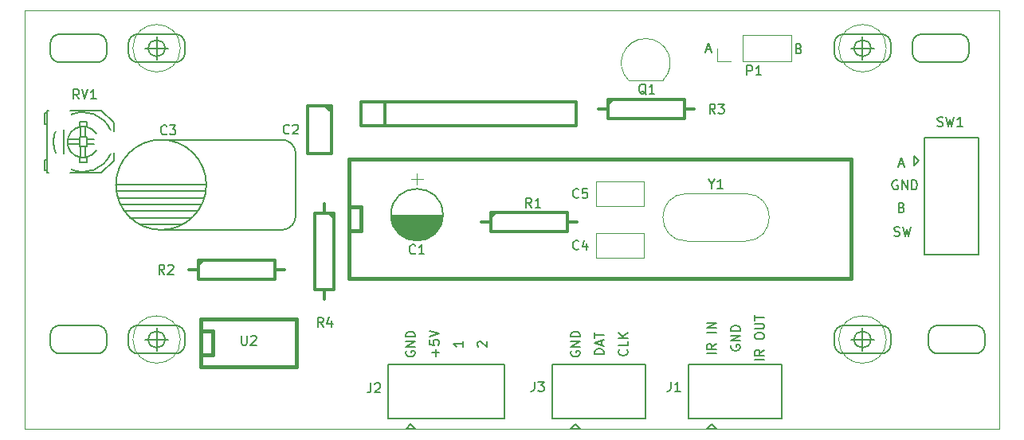
<source format=gbr>
G04 #@! TF.FileFunction,Legend,Top*
%FSLAX45Y45*%
G04 Gerber Fmt 4.5, Leading zero omitted, Abs format (unit mm)*
G04 Created by KiCad (PCBNEW 4.0.6) date 08/17/17 22:48:44*
%MOMM*%
%LPD*%
G01*
G04 APERTURE LIST*
%ADD10C,0.100000*%
%ADD11C,0.150000*%
%ADD12C,0.200000*%
%ADD13C,0.120000*%
%ADD14C,0.063500*%
%ADD15C,0.127000*%
%ADD16C,0.304800*%
%ADD17C,0.381000*%
G04 APERTURE END LIST*
D10*
D11*
X18511043Y-6876257D02*
X18525329Y-6881019D01*
X18530091Y-6885781D01*
X18534852Y-6895305D01*
X18534852Y-6909590D01*
X18530091Y-6919114D01*
X18525329Y-6923876D01*
X18515805Y-6928638D01*
X18477710Y-6928638D01*
X18477710Y-6828638D01*
X18511043Y-6828638D01*
X18520567Y-6833400D01*
X18525329Y-6838162D01*
X18530091Y-6847686D01*
X18530091Y-6857209D01*
X18525329Y-6866733D01*
X18520567Y-6871495D01*
X18511043Y-6876257D01*
X18477710Y-6876257D01*
X17527591Y-6887367D02*
X17575210Y-6887367D01*
X17518067Y-6915938D02*
X17551400Y-6815938D01*
X17584733Y-6915938D01*
X18142738Y-10187752D02*
X18042738Y-10187752D01*
X18142738Y-10082991D02*
X18095119Y-10116324D01*
X18142738Y-10140133D02*
X18042738Y-10140133D01*
X18042738Y-10102038D01*
X18047500Y-10092514D01*
X18052262Y-10087752D01*
X18061786Y-10082991D01*
X18076071Y-10082991D01*
X18085595Y-10087752D01*
X18090357Y-10092514D01*
X18095119Y-10102038D01*
X18095119Y-10140133D01*
X18042738Y-9944895D02*
X18042738Y-9925848D01*
X18047500Y-9916324D01*
X18057024Y-9906800D01*
X18076071Y-9902038D01*
X18109405Y-9902038D01*
X18128452Y-9906800D01*
X18137976Y-9916324D01*
X18142738Y-9925848D01*
X18142738Y-9944895D01*
X18137976Y-9954419D01*
X18128452Y-9963943D01*
X18109405Y-9968705D01*
X18076071Y-9968705D01*
X18057024Y-9963943D01*
X18047500Y-9954419D01*
X18042738Y-9944895D01*
X18042738Y-9859181D02*
X18123691Y-9859181D01*
X18133214Y-9854419D01*
X18137976Y-9849657D01*
X18142738Y-9840133D01*
X18142738Y-9821086D01*
X18137976Y-9811562D01*
X18133214Y-9806800D01*
X18123691Y-9802038D01*
X18042738Y-9802038D01*
X18042738Y-9768705D02*
X18042738Y-9711562D01*
X18142738Y-9740133D02*
X18042738Y-9740133D01*
X17793500Y-10032990D02*
X17788738Y-10042514D01*
X17788738Y-10056800D01*
X17793500Y-10071086D01*
X17803024Y-10080610D01*
X17812548Y-10085371D01*
X17831595Y-10090133D01*
X17845881Y-10090133D01*
X17864929Y-10085371D01*
X17874452Y-10080610D01*
X17883976Y-10071086D01*
X17888738Y-10056800D01*
X17888738Y-10047276D01*
X17883976Y-10032990D01*
X17879214Y-10028229D01*
X17845881Y-10028229D01*
X17845881Y-10047276D01*
X17888738Y-9985371D02*
X17788738Y-9985371D01*
X17888738Y-9928229D01*
X17788738Y-9928229D01*
X17888738Y-9880610D02*
X17788738Y-9880610D01*
X17788738Y-9856800D01*
X17793500Y-9842514D01*
X17803024Y-9832990D01*
X17812548Y-9828229D01*
X17831595Y-9823467D01*
X17845881Y-9823467D01*
X17864929Y-9828229D01*
X17874452Y-9832990D01*
X17883976Y-9842514D01*
X17888738Y-9856800D01*
X17888738Y-9880610D01*
X17634738Y-10121086D02*
X17534738Y-10121086D01*
X17634738Y-10016324D02*
X17587119Y-10049657D01*
X17634738Y-10073467D02*
X17534738Y-10073467D01*
X17534738Y-10035371D01*
X17539500Y-10025848D01*
X17544262Y-10021086D01*
X17553786Y-10016324D01*
X17568071Y-10016324D01*
X17577595Y-10021086D01*
X17582357Y-10025848D01*
X17587119Y-10035371D01*
X17587119Y-10073467D01*
X17634738Y-9897276D02*
X17534738Y-9897276D01*
X17634738Y-9849657D02*
X17534738Y-9849657D01*
X17634738Y-9792514D01*
X17534738Y-9792514D01*
X16685414Y-10079824D02*
X16690176Y-10084586D01*
X16694938Y-10098871D01*
X16694938Y-10108395D01*
X16690176Y-10122681D01*
X16680652Y-10132205D01*
X16671129Y-10136967D01*
X16652081Y-10141729D01*
X16637795Y-10141729D01*
X16618748Y-10136967D01*
X16609224Y-10132205D01*
X16599700Y-10122681D01*
X16594938Y-10108395D01*
X16594938Y-10098871D01*
X16599700Y-10084586D01*
X16604462Y-10079824D01*
X16694938Y-9989348D02*
X16694938Y-10036967D01*
X16594938Y-10036967D01*
X16694938Y-9956014D02*
X16594938Y-9956014D01*
X16694938Y-9898871D02*
X16637795Y-9941729D01*
X16594938Y-9898871D02*
X16652081Y-9956014D01*
X16440938Y-10127443D02*
X16340938Y-10127443D01*
X16340938Y-10103633D01*
X16345700Y-10089348D01*
X16355224Y-10079824D01*
X16364748Y-10075062D01*
X16383795Y-10070300D01*
X16398081Y-10070300D01*
X16417129Y-10075062D01*
X16426652Y-10079824D01*
X16436176Y-10089348D01*
X16440938Y-10103633D01*
X16440938Y-10127443D01*
X16412367Y-10032205D02*
X16412367Y-9984586D01*
X16440938Y-10041729D02*
X16340938Y-10008395D01*
X16440938Y-9975062D01*
X16340938Y-9956014D02*
X16340938Y-9898871D01*
X16440938Y-9927443D02*
X16340938Y-9927443D01*
X16091700Y-10096490D02*
X16086938Y-10106014D01*
X16086938Y-10120300D01*
X16091700Y-10134586D01*
X16101224Y-10144110D01*
X16110748Y-10148871D01*
X16129795Y-10153633D01*
X16144081Y-10153633D01*
X16163129Y-10148871D01*
X16172652Y-10144110D01*
X16182176Y-10134586D01*
X16186938Y-10120300D01*
X16186938Y-10110776D01*
X16182176Y-10096490D01*
X16177414Y-10091729D01*
X16144081Y-10091729D01*
X16144081Y-10110776D01*
X16186938Y-10048871D02*
X16086938Y-10048871D01*
X16186938Y-9991729D01*
X16086938Y-9991729D01*
X16186938Y-9944110D02*
X16086938Y-9944110D01*
X16086938Y-9920300D01*
X16091700Y-9906014D01*
X16101224Y-9896490D01*
X16110748Y-9891729D01*
X16129795Y-9886967D01*
X16144081Y-9886967D01*
X16163129Y-9891729D01*
X16172652Y-9896490D01*
X16182176Y-9906014D01*
X16186938Y-9920300D01*
X16186938Y-9944110D01*
X15105862Y-10048871D02*
X15101100Y-10044110D01*
X15096338Y-10034586D01*
X15096338Y-10010776D01*
X15101100Y-10001252D01*
X15105862Y-9996490D01*
X15115386Y-9991729D01*
X15124909Y-9991729D01*
X15139195Y-9996490D01*
X15196338Y-10053633D01*
X15196338Y-9991729D01*
X14942338Y-9991729D02*
X14942338Y-10048871D01*
X14942338Y-10020300D02*
X14842338Y-10020300D01*
X14856624Y-10029824D01*
X14866148Y-10039348D01*
X14870909Y-10048871D01*
X14650243Y-10148871D02*
X14650243Y-10072681D01*
X14688338Y-10110776D02*
X14612148Y-10110776D01*
X14588338Y-9977443D02*
X14588338Y-10025062D01*
X14635957Y-10029824D01*
X14631195Y-10025062D01*
X14626433Y-10015538D01*
X14626433Y-9991729D01*
X14631195Y-9982205D01*
X14635957Y-9977443D01*
X14645481Y-9972681D01*
X14669290Y-9972681D01*
X14678814Y-9977443D01*
X14683576Y-9982205D01*
X14688338Y-9991729D01*
X14688338Y-10015538D01*
X14683576Y-10025062D01*
X14678814Y-10029824D01*
X14588338Y-9944110D02*
X14688338Y-9910776D01*
X14588338Y-9877443D01*
X14339100Y-10096490D02*
X14334338Y-10106014D01*
X14334338Y-10120300D01*
X14339100Y-10134586D01*
X14348624Y-10144110D01*
X14358148Y-10148871D01*
X14377195Y-10153633D01*
X14391481Y-10153633D01*
X14410529Y-10148871D01*
X14420052Y-10144110D01*
X14429576Y-10134586D01*
X14434338Y-10120300D01*
X14434338Y-10110776D01*
X14429576Y-10096490D01*
X14424814Y-10091729D01*
X14391481Y-10091729D01*
X14391481Y-10110776D01*
X14434338Y-10048871D02*
X14334338Y-10048871D01*
X14434338Y-9991729D01*
X14334338Y-9991729D01*
X14434338Y-9944110D02*
X14334338Y-9944110D01*
X14334338Y-9920300D01*
X14339100Y-9906014D01*
X14348624Y-9896490D01*
X14358148Y-9891729D01*
X14377195Y-9886967D01*
X14391481Y-9886967D01*
X14410529Y-9891729D01*
X14420052Y-9896490D01*
X14429576Y-9906014D01*
X14434338Y-9920300D01*
X14434338Y-9944110D01*
X19558010Y-8281200D02*
X19548486Y-8276438D01*
X19534200Y-8276438D01*
X19519914Y-8281200D01*
X19510391Y-8290724D01*
X19505629Y-8300248D01*
X19500867Y-8319295D01*
X19500867Y-8333581D01*
X19505629Y-8352629D01*
X19510391Y-8362152D01*
X19519914Y-8371676D01*
X19534200Y-8376438D01*
X19543724Y-8376438D01*
X19558010Y-8371676D01*
X19562772Y-8366914D01*
X19562772Y-8333581D01*
X19543724Y-8333581D01*
X19605629Y-8376438D02*
X19605629Y-8276438D01*
X19662772Y-8376438D01*
X19662772Y-8276438D01*
X19710391Y-8376438D02*
X19710391Y-8276438D01*
X19734200Y-8276438D01*
X19748486Y-8281200D01*
X19758010Y-8290724D01*
X19762772Y-8300248D01*
X19767533Y-8319295D01*
X19767533Y-8333581D01*
X19762772Y-8352629D01*
X19758010Y-8362152D01*
X19748486Y-8371676D01*
X19734200Y-8376438D01*
X19710391Y-8376438D01*
X19523086Y-8866976D02*
X19537371Y-8871738D01*
X19561181Y-8871738D01*
X19570705Y-8866976D01*
X19575467Y-8862214D01*
X19580229Y-8852691D01*
X19580229Y-8843167D01*
X19575467Y-8833643D01*
X19570705Y-8828881D01*
X19561181Y-8824119D01*
X19542133Y-8819357D01*
X19532610Y-8814595D01*
X19527848Y-8809833D01*
X19523086Y-8800310D01*
X19523086Y-8790786D01*
X19527848Y-8781262D01*
X19532610Y-8776500D01*
X19542133Y-8771738D01*
X19565943Y-8771738D01*
X19580229Y-8776500D01*
X19613562Y-8771738D02*
X19637371Y-8871738D01*
X19656419Y-8800310D01*
X19675467Y-8871738D01*
X19699276Y-8771738D01*
X19603243Y-8565357D02*
X19617529Y-8570119D01*
X19622291Y-8574881D01*
X19627052Y-8584405D01*
X19627052Y-8598691D01*
X19622291Y-8608214D01*
X19617529Y-8612976D01*
X19608005Y-8617738D01*
X19569910Y-8617738D01*
X19569910Y-8517738D01*
X19603243Y-8517738D01*
X19612767Y-8522500D01*
X19617529Y-8527262D01*
X19622291Y-8536786D01*
X19622291Y-8546310D01*
X19617529Y-8555833D01*
X19612767Y-8560595D01*
X19603243Y-8565357D01*
X19569910Y-8565357D01*
X19572291Y-8106567D02*
X19619910Y-8106567D01*
X19562767Y-8135138D02*
X19596100Y-8035138D01*
X19629433Y-8135138D01*
D12*
X10657000Y-6722000D02*
X11057000Y-6722000D01*
X10657000Y-7022000D02*
X11057000Y-7022000D01*
X11157000Y-6822000D02*
G75*
G03X11057000Y-6722000I-100000J0D01*
G01*
X11057000Y-7022000D02*
G75*
G03X11157000Y-6922000I0J100000D01*
G01*
X11157000Y-6922000D02*
X11157000Y-6822000D01*
X10557000Y-6922000D02*
X10557000Y-6822000D01*
X10557000Y-6922000D02*
G75*
G03X10657000Y-7022000I100000J0D01*
G01*
X10657000Y-6722000D02*
G75*
G03X10557000Y-6822000I0J-100000D01*
G01*
X19887000Y-10022000D02*
G75*
G03X19987000Y-10122000I100000J0D01*
G01*
X11057000Y-10122000D02*
G75*
G03X11157000Y-10022000I0J100000D01*
G01*
X20387000Y-10122000D02*
G75*
G03X20487000Y-10022000I0J100000D01*
G01*
X11157000Y-9922000D02*
G75*
G03X11057000Y-9822000I-100000J0D01*
G01*
X20487000Y-9922000D02*
G75*
G03X20387000Y-9822000I-100000J0D01*
G01*
X10557000Y-10022000D02*
G75*
G03X10657000Y-10122000I100000J0D01*
G01*
X10657000Y-9822000D02*
X11057000Y-9822000D01*
X19987000Y-9822000D02*
X20387000Y-9822000D01*
X10557000Y-10022000D02*
X10557000Y-9922000D01*
X19887000Y-10022000D02*
X19887000Y-9922000D01*
X10657000Y-9822000D02*
G75*
G03X10557000Y-9922000I0J-100000D01*
G01*
X19987000Y-9822000D02*
G75*
G03X19887000Y-9922000I0J-100000D01*
G01*
X10657000Y-10122000D02*
X11057000Y-10122000D01*
X19987000Y-10122000D02*
X20387000Y-10122000D01*
X11157000Y-10022000D02*
X11157000Y-9922000D01*
X20487000Y-10022000D02*
X20487000Y-9922000D01*
X19817000Y-7022000D02*
X20217000Y-7022000D01*
X19717000Y-6922000D02*
G75*
G03X19817000Y-7022000I100000J0D01*
G01*
X19717000Y-6922000D02*
X19717000Y-6822000D01*
X19817000Y-6722000D02*
G75*
G03X19717000Y-6822000I0J-100000D01*
G01*
X19817000Y-6722000D02*
X20217000Y-6722000D01*
X20317000Y-6822000D02*
G75*
G03X20217000Y-6722000I-100000J0D01*
G01*
X20317000Y-6922000D02*
X20317000Y-6822000D01*
X20217000Y-7022000D02*
G75*
G03X20317000Y-6922000I0J100000D01*
G01*
X11487000Y-7022000D02*
X11887000Y-7022000D01*
X18987000Y-10122000D02*
X19387000Y-10122000D01*
X11487000Y-10122000D02*
X11887000Y-10122000D01*
X11387000Y-6922000D02*
X11387000Y-6822000D01*
X18887000Y-10022000D02*
X18887000Y-9922000D01*
X11387000Y-10022000D02*
X11387000Y-9922000D01*
X11387000Y-6922000D02*
G75*
G03X11487000Y-7022000I100000J0D01*
G01*
X18887000Y-10022000D02*
G75*
G03X18987000Y-10122000I100000J0D01*
G01*
X11387000Y-10022000D02*
G75*
G03X11487000Y-10122000I100000J0D01*
G01*
X11487000Y-6722000D02*
X11887000Y-6722000D01*
X18987000Y-9822000D02*
X19387000Y-9822000D01*
X11487000Y-9822000D02*
X11887000Y-9822000D01*
X11987000Y-6822000D02*
G75*
G03X11887000Y-6722000I-100000J0D01*
G01*
X19487000Y-9922000D02*
G75*
G03X19387000Y-9822000I-100000J0D01*
G01*
X11987000Y-9922000D02*
G75*
G03X11887000Y-9822000I-100000J0D01*
G01*
X11887000Y-7022000D02*
G75*
G03X11987000Y-6922000I0J100000D01*
G01*
X19387000Y-10122000D02*
G75*
G03X19487000Y-10022000I0J100000D01*
G01*
X11887000Y-10122000D02*
G75*
G03X11987000Y-10022000I0J100000D01*
G01*
X11487000Y-6722000D02*
G75*
G03X11387000Y-6822000I0J-100000D01*
G01*
X18987000Y-9822000D02*
G75*
G03X18887000Y-9922000I0J-100000D01*
G01*
X11487000Y-9822000D02*
G75*
G03X11387000Y-9922000I0J-100000D01*
G01*
X11987000Y-6922000D02*
X11987000Y-6822000D01*
X19487000Y-10022000D02*
X19487000Y-9922000D01*
X11987000Y-10022000D02*
X11987000Y-9922000D01*
X19487000Y-6922000D02*
X19487000Y-6822000D01*
X18887000Y-6922000D02*
X18887000Y-6822000D01*
X18987000Y-6722000D02*
X19387000Y-6722000D01*
X18987000Y-7022000D02*
X19387000Y-7022000D01*
X19487000Y-6822000D02*
G75*
G03X19387000Y-6722000I-100000J0D01*
G01*
X19387000Y-7022000D02*
G75*
G03X19487000Y-6922000I0J100000D01*
G01*
X18987000Y-6722000D02*
G75*
G03X18887000Y-6822000I0J-100000D01*
G01*
X18887000Y-6922000D02*
G75*
G03X18987000Y-7022000I100000J0D01*
G01*
D10*
X10287000Y-6472000D02*
X10287000Y-6622000D01*
X20637000Y-6472000D02*
X10287000Y-6472000D01*
X20637000Y-10922000D02*
X20637000Y-6472000D01*
X10287000Y-10922000D02*
X20637000Y-10922000D01*
X10287000Y-6604000D02*
X10287000Y-10922000D01*
D11*
X13164751Y-7984489D02*
G75*
G03X13004800Y-7845200I-149951J-10711D01*
G01*
X11514800Y-8745200D02*
X11954800Y-8745200D01*
X11404800Y-8675200D02*
X12054800Y-8675200D01*
X11344800Y-8605200D02*
X12114800Y-8605200D01*
X11304800Y-8535200D02*
X12164800Y-8535200D01*
X11274800Y-8465200D02*
X12184800Y-8465200D01*
X11264800Y-8395200D02*
X12204800Y-8395200D01*
X11254800Y-8325200D02*
X12214800Y-8325200D01*
X13164800Y-8645200D02*
X13164800Y-7985200D01*
X11734800Y-8805200D02*
X13024800Y-8805200D01*
X11734800Y-7845200D02*
X13004800Y-7845200D01*
X12214904Y-8325200D02*
G75*
G03X12214904Y-8325200I-480104J0D01*
G01*
X13025511Y-8805151D02*
G75*
G03X13164800Y-8645200I-10711J149951D01*
G01*
X10943336Y-7844536D02*
X11019536Y-7844536D01*
X10943336Y-7895336D02*
X11019536Y-7895336D01*
X10740136Y-7844536D02*
G75*
G03X10879836Y-8035036I165100J-25400D01*
G01*
X10892536Y-7704836D02*
G75*
G03X10740136Y-7882636I12700J-165100D01*
G01*
X10816336Y-8009636D02*
G75*
G03X11044936Y-7958836I88900J139700D01*
G01*
X11044936Y-7781036D02*
G75*
G03X10816336Y-7730236I-139700J-88900D01*
G01*
X10524236Y-7539736D02*
X10536936Y-7539736D01*
X10905236Y-7539736D02*
X10765536Y-7539736D01*
X10524236Y-8200136D02*
X10536936Y-8200136D01*
X10905236Y-8200136D02*
X10765536Y-8200136D01*
X10613136Y-7755636D02*
X10600436Y-7793736D01*
X10600436Y-7793736D02*
X10587736Y-7869936D01*
X10587736Y-7869936D02*
X10600436Y-7946136D01*
X10600436Y-7946136D02*
X10613136Y-7984236D01*
X10702036Y-7742936D02*
X10702036Y-7996936D01*
X10778236Y-8162036D02*
G75*
G03X11197336Y-7996936I127000J292100D01*
G01*
X11197336Y-7742936D02*
G75*
G03X10778236Y-7577836I-292100J-127000D01*
G01*
X11235436Y-8073136D02*
X11235436Y-7984236D01*
X11235436Y-7755636D02*
X11235436Y-7666736D01*
X10943336Y-8035036D02*
X10943336Y-8085836D01*
X10943336Y-8085836D02*
X10867136Y-8085836D01*
X10867136Y-8085836D02*
X10867136Y-8035036D01*
X10943336Y-7704836D02*
X10943336Y-7654036D01*
X10943336Y-7654036D02*
X10867136Y-7654036D01*
X10867136Y-7654036D02*
X10867136Y-7704836D01*
X10879836Y-7920736D02*
X10879836Y-8035036D01*
X10930636Y-7920736D02*
X10930636Y-8035036D01*
X10879836Y-7819136D02*
X10879836Y-7704836D01*
X10930636Y-7819136D02*
X10930636Y-7704836D01*
X10867136Y-7895336D02*
X10740136Y-7895336D01*
X10867136Y-7844536D02*
X10740136Y-7844536D01*
X10943336Y-7819136D02*
X10867136Y-7819136D01*
X10867136Y-7819136D02*
X10867136Y-7920736D01*
X10867136Y-7920736D02*
X10943336Y-7920736D01*
X10943336Y-7920736D02*
X10943336Y-7819136D01*
X11235436Y-7666736D02*
X11095736Y-7539736D01*
X11095736Y-7539736D02*
X10905236Y-7539736D01*
X11235436Y-8073136D02*
X11095736Y-8200136D01*
X11095736Y-8200136D02*
X10905236Y-8200136D01*
X10524236Y-8174736D02*
X10498836Y-8174736D01*
X10498836Y-8174736D02*
X10498836Y-8060436D01*
X10498836Y-8060436D02*
X10524236Y-8060436D01*
X10524236Y-7565136D02*
X10498836Y-7565136D01*
X10498836Y-7565136D02*
X10498836Y-7679436D01*
X10498836Y-7679436D02*
X10524236Y-7679436D01*
X10524236Y-7539736D02*
X10524236Y-8200136D01*
X14727600Y-8654600D02*
X14177600Y-8654600D01*
X14728462Y-8643738D02*
G75*
G03X14728462Y-8643738I-275862J0D01*
G01*
D13*
X14452600Y-8204600D02*
X14452600Y-8324600D01*
X14517600Y-8264600D02*
X14387600Y-8264600D01*
D11*
X14727600Y-8664600D02*
X14177600Y-8664600D01*
X14722600Y-8674600D02*
X14182600Y-8674600D01*
X14722600Y-8684600D02*
X14182600Y-8684600D01*
X14722600Y-8694600D02*
X14182600Y-8694600D01*
X14717600Y-8704600D02*
X14187600Y-8704600D01*
X14712600Y-8714600D02*
X14187600Y-8714600D01*
X14712600Y-8724600D02*
X14192600Y-8724600D01*
X14712600Y-8734600D02*
X14192600Y-8734600D01*
X14707600Y-8744600D02*
X14197600Y-8744600D01*
X14702600Y-8754600D02*
X14202600Y-8754600D01*
X14697600Y-8764600D02*
X14207600Y-8764600D01*
X14692600Y-8774600D02*
X14222600Y-8774600D01*
X14687600Y-8784600D02*
X14222600Y-8784600D01*
X14682600Y-8794600D02*
X14222600Y-8794600D01*
X14672600Y-8804600D02*
X14232600Y-8804600D01*
X14662600Y-8814600D02*
X14242600Y-8814600D01*
X14657600Y-8824600D02*
X14252600Y-8824600D01*
X14647600Y-8834600D02*
X14257600Y-8834600D01*
X14637600Y-8844600D02*
X14267600Y-8844600D01*
X14627600Y-8854600D02*
X14277600Y-8854600D01*
X14612600Y-8864600D02*
X14287600Y-8864600D01*
X14602600Y-8874600D02*
X14302600Y-8874600D01*
X14582600Y-8884600D02*
X14322600Y-8884600D01*
X14562600Y-8894600D02*
X14342600Y-8894600D01*
X14542600Y-8904600D02*
X14367600Y-8904600D01*
D14*
X11939256Y-6872000D02*
G75*
G03X11939256Y-6872000I-252166J0D01*
G01*
X19439473Y-6872000D02*
G75*
G03X19439473Y-6872000I-252525J0D01*
G01*
X19439473Y-9971816D02*
G75*
G03X19439473Y-9971816I-252525J0D01*
G01*
X11939256Y-9971816D02*
G75*
G03X11939256Y-9971816I-252166J0D01*
G01*
D15*
X11775456Y-6872000D02*
G75*
G03X11775456Y-6872000I-88366J0D01*
G01*
X11562122Y-6872000D02*
X11812058Y-6872000D01*
X11687090Y-6996968D02*
X11687090Y-6747032D01*
X19275314Y-6872000D02*
G75*
G03X19275314Y-6872000I-88366J0D01*
G01*
X19061980Y-6872000D02*
X19311916Y-6872000D01*
X19186948Y-6996968D02*
X19186948Y-6747032D01*
X11775456Y-9971816D02*
G75*
G03X11775456Y-9971816I-88366J0D01*
G01*
X11562122Y-9971816D02*
X11812058Y-9971816D01*
X11687090Y-10096784D02*
X11687090Y-9846848D01*
X19275314Y-9971816D02*
G75*
G03X19275314Y-9971816I-88366J0D01*
G01*
X19061980Y-9971816D02*
X19311916Y-9971816D01*
X19186948Y-10096784D02*
X19186948Y-9846848D01*
D13*
X16704000Y-7214000D02*
X17064000Y-7214000D01*
X16700152Y-7212848D02*
G75*
G02X16884000Y-6769000I183848J183848D01*
G01*
X17067848Y-7212848D02*
G75*
G03X16884000Y-6769000I-183848J183848D01*
G01*
D16*
X13544000Y-7490080D02*
X13544000Y-7993000D01*
X13544000Y-7993000D02*
X13290000Y-7993000D01*
X13290000Y-7993000D02*
X13290000Y-7485000D01*
X13290000Y-7485000D02*
X13544000Y-7485000D01*
X13480500Y-7485000D02*
X13544000Y-7548500D01*
D11*
X17342000Y-10237000D02*
X18332000Y-10237000D01*
X17342000Y-10812000D02*
X18332000Y-10812000D01*
X17342000Y-10237000D02*
X17342000Y-10812000D01*
X18332000Y-10237000D02*
X18332000Y-10812000D01*
X17537000Y-10922000D02*
X17637000Y-10922000D01*
X17587000Y-10872000D02*
X17637000Y-10922000D01*
X17587000Y-10872000D02*
X17537000Y-10922000D01*
X14142000Y-10237000D02*
X15382000Y-10237000D01*
X14142000Y-10812000D02*
X15382000Y-10812000D01*
X14142000Y-10237000D02*
X14142000Y-10812000D01*
X15382000Y-10237000D02*
X15382000Y-10812000D01*
X14337000Y-10922000D02*
X14437000Y-10922000D01*
X14387000Y-10872000D02*
X14437000Y-10922000D01*
X14387000Y-10872000D02*
X14337000Y-10922000D01*
X15892000Y-10237000D02*
X16882000Y-10237000D01*
X15892000Y-10812000D02*
X16882000Y-10812000D01*
X15892000Y-10237000D02*
X15892000Y-10812000D01*
X16882000Y-10237000D02*
X16882000Y-10812000D01*
X16087000Y-10922000D02*
X16187000Y-10922000D01*
X16137000Y-10872000D02*
X16187000Y-10922000D01*
X16137000Y-10872000D02*
X16087000Y-10922000D01*
D13*
X17910000Y-7011000D02*
X18430000Y-7011000D01*
X18430000Y-7011000D02*
X18430000Y-6733000D01*
X18430000Y-6733000D02*
X17910000Y-6733000D01*
X17910000Y-6733000D02*
X17910000Y-7011000D01*
X17783000Y-7011000D02*
X17644000Y-7011000D01*
X17644000Y-7011000D02*
X17644000Y-6872000D01*
D16*
X16146000Y-7445000D02*
X16146000Y-7699000D01*
X16146000Y-7699000D02*
X13860000Y-7699000D01*
X13860000Y-7699000D02*
X13860000Y-7445000D01*
X16146000Y-7445000D02*
X13860000Y-7445000D01*
X14114000Y-7445000D02*
X14114000Y-7699000D01*
X12029000Y-9232000D02*
X12130600Y-9232000D01*
X12130600Y-9232000D02*
X12130600Y-9130400D01*
X12130600Y-9130400D02*
X12943400Y-9130400D01*
X12943400Y-9130400D02*
X12943400Y-9333600D01*
X12943400Y-9333600D02*
X12130600Y-9333600D01*
X12130600Y-9333600D02*
X12130600Y-9232000D01*
X12130600Y-9181200D02*
X12181400Y-9130400D01*
X13045000Y-9232000D02*
X12943400Y-9232000D01*
X16379000Y-7522000D02*
X16480600Y-7522000D01*
X16480600Y-7522000D02*
X16480600Y-7420400D01*
X16480600Y-7420400D02*
X17293400Y-7420400D01*
X17293400Y-7420400D02*
X17293400Y-7623600D01*
X17293400Y-7623600D02*
X16480600Y-7623600D01*
X16480600Y-7623600D02*
X16480600Y-7522000D01*
X16480600Y-7471200D02*
X16531400Y-7420400D01*
X17395000Y-7522000D02*
X17293400Y-7522000D01*
X13467000Y-8524000D02*
X13467000Y-8625600D01*
X13467000Y-8625600D02*
X13568600Y-8625600D01*
X13568600Y-8625600D02*
X13568600Y-9438400D01*
X13568600Y-9438400D02*
X13365400Y-9438400D01*
X13365400Y-9438400D02*
X13365400Y-8625600D01*
X13365400Y-8625600D02*
X13467000Y-8625600D01*
X13517800Y-8625600D02*
X13568600Y-8676400D01*
X13467000Y-9540000D02*
X13467000Y-9438400D01*
D13*
X16868000Y-9103000D02*
X16356000Y-9103000D01*
X16868000Y-8841000D02*
X16356000Y-8841000D01*
X16868000Y-9103000D02*
X16868000Y-8841000D01*
X16356000Y-9103000D02*
X16356000Y-8841000D01*
X16868000Y-8553000D02*
X16356000Y-8553000D01*
X16868000Y-8291000D02*
X16356000Y-8291000D01*
X16868000Y-8553000D02*
X16868000Y-8291000D01*
X16356000Y-8553000D02*
X16356000Y-8291000D01*
D17*
X13733000Y-8557000D02*
X13860000Y-8557000D01*
X13860000Y-8557000D02*
X13860000Y-8811000D01*
X13860000Y-8811000D02*
X13733000Y-8811000D01*
X13733000Y-8049000D02*
X19067000Y-8049000D01*
X19067000Y-8049000D02*
X19067000Y-9319000D01*
X19067000Y-9319000D02*
X13733000Y-9319000D01*
X13733000Y-9319000D02*
X13733000Y-8049000D01*
X12158000Y-9884000D02*
X12285000Y-9884000D01*
X12285000Y-9884000D02*
X12285000Y-10138000D01*
X12285000Y-10138000D02*
X12158000Y-10138000D01*
X12158000Y-9757000D02*
X13174000Y-9757000D01*
X13174000Y-9757000D02*
X13174000Y-10265000D01*
X13174000Y-10265000D02*
X12158000Y-10265000D01*
X12158000Y-10265000D02*
X12158000Y-9757000D01*
D13*
X17318500Y-8924500D02*
G75*
G02X17318500Y-8419500I0J252500D01*
G01*
X17943500Y-8924500D02*
G75*
G03X17943500Y-8419500I0J252500D01*
G01*
X17318500Y-8419500D02*
X17943500Y-8419500D01*
X17318500Y-8924500D02*
X17943500Y-8924500D01*
D11*
X20422000Y-7827000D02*
X20422000Y-9067000D01*
X19847000Y-7827000D02*
X19847000Y-9067000D01*
X20422000Y-7827000D02*
X19847000Y-7827000D01*
X20422000Y-9067000D02*
X19847000Y-9067000D01*
X19737000Y-8022000D02*
X19737000Y-8122000D01*
X19787000Y-8072000D02*
X19737000Y-8122000D01*
X19787000Y-8072000D02*
X19737000Y-8022000D01*
D16*
X15137000Y-8722000D02*
X15238600Y-8722000D01*
X15238600Y-8722000D02*
X15238600Y-8620400D01*
X15238600Y-8620400D02*
X16051400Y-8620400D01*
X16051400Y-8620400D02*
X16051400Y-8823600D01*
X16051400Y-8823600D02*
X15238600Y-8823600D01*
X15238600Y-8823600D02*
X15238600Y-8722000D01*
X15238600Y-8671200D02*
X15289400Y-8620400D01*
X16153000Y-8722000D02*
X16051400Y-8722000D01*
D11*
X11794333Y-7782714D02*
X11789571Y-7787476D01*
X11775286Y-7792238D01*
X11765762Y-7792238D01*
X11751476Y-7787476D01*
X11741952Y-7777952D01*
X11737190Y-7768429D01*
X11732429Y-7749381D01*
X11732429Y-7735095D01*
X11737190Y-7716048D01*
X11741952Y-7706524D01*
X11751476Y-7697000D01*
X11765762Y-7692238D01*
X11775286Y-7692238D01*
X11789571Y-7697000D01*
X11794333Y-7701762D01*
X11827667Y-7692238D02*
X11889571Y-7692238D01*
X11856238Y-7730333D01*
X11870524Y-7730333D01*
X11880048Y-7735095D01*
X11884810Y-7739857D01*
X11889571Y-7749381D01*
X11889571Y-7773190D01*
X11884810Y-7782714D01*
X11880048Y-7787476D01*
X11870524Y-7792238D01*
X11841952Y-7792238D01*
X11832429Y-7787476D01*
X11827667Y-7782714D01*
X10862476Y-7411238D02*
X10829143Y-7363619D01*
X10805333Y-7411238D02*
X10805333Y-7311238D01*
X10843429Y-7311238D01*
X10852952Y-7316000D01*
X10857714Y-7320762D01*
X10862476Y-7330286D01*
X10862476Y-7344571D01*
X10857714Y-7354095D01*
X10852952Y-7358857D01*
X10843429Y-7363619D01*
X10805333Y-7363619D01*
X10891048Y-7311238D02*
X10924381Y-7411238D01*
X10957714Y-7311238D01*
X11043429Y-7411238D02*
X10986286Y-7411238D01*
X11014857Y-7411238D02*
X11014857Y-7311238D01*
X11005333Y-7325524D01*
X10995810Y-7335048D01*
X10986286Y-7339809D01*
X14435933Y-9052714D02*
X14431171Y-9057476D01*
X14416886Y-9062238D01*
X14407362Y-9062238D01*
X14393076Y-9057476D01*
X14383552Y-9047952D01*
X14378790Y-9038429D01*
X14374029Y-9019381D01*
X14374029Y-9005095D01*
X14378790Y-8986048D01*
X14383552Y-8976524D01*
X14393076Y-8967000D01*
X14407362Y-8962238D01*
X14416886Y-8962238D01*
X14431171Y-8967000D01*
X14435933Y-8971762D01*
X14531171Y-9062238D02*
X14474029Y-9062238D01*
X14502600Y-9062238D02*
X14502600Y-8962238D01*
X14493076Y-8976524D01*
X14483552Y-8986048D01*
X14474029Y-8990810D01*
X16887476Y-7363762D02*
X16877952Y-7359000D01*
X16868429Y-7349476D01*
X16854143Y-7335190D01*
X16844619Y-7330429D01*
X16835095Y-7330429D01*
X16839857Y-7354238D02*
X16830333Y-7349476D01*
X16820810Y-7339952D01*
X16816048Y-7320905D01*
X16816048Y-7287571D01*
X16820810Y-7268524D01*
X16830333Y-7259000D01*
X16839857Y-7254238D01*
X16858905Y-7254238D01*
X16868429Y-7259000D01*
X16877952Y-7268524D01*
X16882714Y-7287571D01*
X16882714Y-7320905D01*
X16877952Y-7339952D01*
X16868429Y-7349476D01*
X16858905Y-7354238D01*
X16839857Y-7354238D01*
X16977952Y-7354238D02*
X16920810Y-7354238D01*
X16949381Y-7354238D02*
X16949381Y-7254238D01*
X16939857Y-7268524D01*
X16930333Y-7278048D01*
X16920810Y-7282809D01*
X13095533Y-7774714D02*
X13090771Y-7779476D01*
X13076486Y-7784238D01*
X13066962Y-7784238D01*
X13052676Y-7779476D01*
X13043152Y-7769952D01*
X13038390Y-7760429D01*
X13033629Y-7741381D01*
X13033629Y-7727095D01*
X13038390Y-7708048D01*
X13043152Y-7698524D01*
X13052676Y-7689000D01*
X13066962Y-7684238D01*
X13076486Y-7684238D01*
X13090771Y-7689000D01*
X13095533Y-7693762D01*
X13133629Y-7693762D02*
X13138390Y-7689000D01*
X13147914Y-7684238D01*
X13171724Y-7684238D01*
X13181248Y-7689000D01*
X13186010Y-7693762D01*
X13190771Y-7703286D01*
X13190771Y-7712809D01*
X13186010Y-7727095D01*
X13128867Y-7784238D01*
X13190771Y-7784238D01*
X17149767Y-10422738D02*
X17149767Y-10494167D01*
X17145005Y-10508452D01*
X17135481Y-10517976D01*
X17121195Y-10522738D01*
X17111671Y-10522738D01*
X17249767Y-10522738D02*
X17192624Y-10522738D01*
X17221195Y-10522738D02*
X17221195Y-10422738D01*
X17211671Y-10437024D01*
X17202148Y-10446548D01*
X17192624Y-10451310D01*
X13962067Y-10435438D02*
X13962067Y-10506867D01*
X13957305Y-10521152D01*
X13947781Y-10530676D01*
X13933495Y-10535438D01*
X13923971Y-10535438D01*
X14004924Y-10444962D02*
X14009686Y-10440200D01*
X14019209Y-10435438D01*
X14043019Y-10435438D01*
X14052543Y-10440200D01*
X14057305Y-10444962D01*
X14062067Y-10454486D01*
X14062067Y-10464010D01*
X14057305Y-10478295D01*
X14000162Y-10535438D01*
X14062067Y-10535438D01*
X15701967Y-10422738D02*
X15701967Y-10494167D01*
X15697205Y-10508452D01*
X15687681Y-10517976D01*
X15673395Y-10522738D01*
X15663871Y-10522738D01*
X15740062Y-10422738D02*
X15801967Y-10422738D01*
X15768633Y-10460833D01*
X15782919Y-10460833D01*
X15792443Y-10465595D01*
X15797205Y-10470357D01*
X15801967Y-10479881D01*
X15801967Y-10503691D01*
X15797205Y-10513214D01*
X15792443Y-10517976D01*
X15782919Y-10522738D01*
X15754348Y-10522738D01*
X15744824Y-10517976D01*
X15740062Y-10513214D01*
X17960191Y-7157238D02*
X17960191Y-7057238D01*
X17998286Y-7057238D01*
X18007810Y-7062000D01*
X18012572Y-7066762D01*
X18017333Y-7076286D01*
X18017333Y-7090571D01*
X18012572Y-7100095D01*
X18007810Y-7104857D01*
X17998286Y-7109619D01*
X17960191Y-7109619D01*
X18112572Y-7157238D02*
X18055429Y-7157238D01*
X18084000Y-7157238D02*
X18084000Y-7057238D01*
X18074476Y-7071524D01*
X18064952Y-7081048D01*
X18055429Y-7085809D01*
X11770333Y-9277238D02*
X11737000Y-9229619D01*
X11713190Y-9277238D02*
X11713190Y-9177238D01*
X11751286Y-9177238D01*
X11760810Y-9182000D01*
X11765571Y-9186762D01*
X11770333Y-9196286D01*
X11770333Y-9210571D01*
X11765571Y-9220095D01*
X11760810Y-9224857D01*
X11751286Y-9229619D01*
X11713190Y-9229619D01*
X11808429Y-9186762D02*
X11813190Y-9182000D01*
X11822714Y-9177238D01*
X11846524Y-9177238D01*
X11856048Y-9182000D01*
X11860810Y-9186762D01*
X11865571Y-9196286D01*
X11865571Y-9205810D01*
X11860810Y-9220095D01*
X11803667Y-9277238D01*
X11865571Y-9277238D01*
X17620333Y-7567238D02*
X17587000Y-7519619D01*
X17563191Y-7567238D02*
X17563191Y-7467238D01*
X17601286Y-7467238D01*
X17610810Y-7472000D01*
X17615572Y-7476762D01*
X17620333Y-7486286D01*
X17620333Y-7500571D01*
X17615572Y-7510095D01*
X17610810Y-7514857D01*
X17601286Y-7519619D01*
X17563191Y-7519619D01*
X17653667Y-7467238D02*
X17715572Y-7467238D01*
X17682238Y-7505333D01*
X17696524Y-7505333D01*
X17706048Y-7510095D01*
X17710810Y-7514857D01*
X17715572Y-7524381D01*
X17715572Y-7548190D01*
X17710810Y-7557714D01*
X17706048Y-7562476D01*
X17696524Y-7567238D01*
X17667952Y-7567238D01*
X17658429Y-7562476D01*
X17653667Y-7557714D01*
X13458033Y-9836938D02*
X13424700Y-9789319D01*
X13400890Y-9836938D02*
X13400890Y-9736938D01*
X13438986Y-9736938D01*
X13448510Y-9741700D01*
X13453271Y-9746462D01*
X13458033Y-9755986D01*
X13458033Y-9770271D01*
X13453271Y-9779795D01*
X13448510Y-9784557D01*
X13438986Y-9789319D01*
X13400890Y-9789319D01*
X13543748Y-9770271D02*
X13543748Y-9836938D01*
X13519938Y-9732176D02*
X13496129Y-9803605D01*
X13558033Y-9803605D01*
X16170333Y-9007714D02*
X16165571Y-9012476D01*
X16151286Y-9017238D01*
X16141762Y-9017238D01*
X16127476Y-9012476D01*
X16117952Y-9002952D01*
X16113190Y-8993429D01*
X16108429Y-8974381D01*
X16108429Y-8960095D01*
X16113190Y-8941048D01*
X16117952Y-8931524D01*
X16127476Y-8922000D01*
X16141762Y-8917238D01*
X16151286Y-8917238D01*
X16165571Y-8922000D01*
X16170333Y-8926762D01*
X16256048Y-8950571D02*
X16256048Y-9017238D01*
X16232238Y-8912476D02*
X16208429Y-8983905D01*
X16270333Y-8983905D01*
X16170333Y-8457714D02*
X16165571Y-8462476D01*
X16151286Y-8467238D01*
X16141762Y-8467238D01*
X16127476Y-8462476D01*
X16117952Y-8452952D01*
X16113190Y-8443429D01*
X16108429Y-8424381D01*
X16108429Y-8410095D01*
X16113190Y-8391048D01*
X16117952Y-8381524D01*
X16127476Y-8372000D01*
X16141762Y-8367238D01*
X16151286Y-8367238D01*
X16165571Y-8372000D01*
X16170333Y-8376762D01*
X16260810Y-8367238D02*
X16213190Y-8367238D01*
X16208429Y-8414857D01*
X16213190Y-8410095D01*
X16222714Y-8405333D01*
X16246524Y-8405333D01*
X16256048Y-8410095D01*
X16260810Y-8414857D01*
X16265571Y-8424381D01*
X16265571Y-8448191D01*
X16260810Y-8457714D01*
X16256048Y-8462476D01*
X16246524Y-8467238D01*
X16222714Y-8467238D01*
X16213190Y-8462476D01*
X16208429Y-8457714D01*
X12589809Y-9930838D02*
X12589809Y-10011791D01*
X12594571Y-10021314D01*
X12599333Y-10026076D01*
X12608857Y-10030838D01*
X12627905Y-10030838D01*
X12637429Y-10026076D01*
X12642190Y-10021314D01*
X12646952Y-10011791D01*
X12646952Y-9930838D01*
X12689809Y-9940362D02*
X12694571Y-9935600D01*
X12704095Y-9930838D01*
X12727905Y-9930838D01*
X12737429Y-9935600D01*
X12742190Y-9940362D01*
X12746952Y-9949886D01*
X12746952Y-9959410D01*
X12742190Y-9973695D01*
X12685048Y-10030838D01*
X12746952Y-10030838D01*
X17583381Y-8317119D02*
X17583381Y-8364738D01*
X17550048Y-8264738D02*
X17583381Y-8317119D01*
X17616714Y-8264738D01*
X17702429Y-8364738D02*
X17645286Y-8364738D01*
X17673857Y-8364738D02*
X17673857Y-8264738D01*
X17664333Y-8279024D01*
X17654810Y-8288548D01*
X17645286Y-8293309D01*
X19983467Y-7698576D02*
X19997752Y-7703338D01*
X20021562Y-7703338D01*
X20031086Y-7698576D01*
X20035848Y-7693814D01*
X20040610Y-7684290D01*
X20040610Y-7674767D01*
X20035848Y-7665243D01*
X20031086Y-7660481D01*
X20021562Y-7655719D01*
X20002514Y-7650957D01*
X19992991Y-7646195D01*
X19988229Y-7641433D01*
X19983467Y-7631909D01*
X19983467Y-7622386D01*
X19988229Y-7612862D01*
X19992991Y-7608100D01*
X20002514Y-7603338D01*
X20026324Y-7603338D01*
X20040610Y-7608100D01*
X20073943Y-7603338D02*
X20097752Y-7703338D01*
X20116800Y-7631909D01*
X20135848Y-7703338D01*
X20159657Y-7603338D01*
X20250133Y-7703338D02*
X20192991Y-7703338D01*
X20221562Y-7703338D02*
X20221562Y-7603338D01*
X20212038Y-7617624D01*
X20202514Y-7627148D01*
X20192991Y-7631909D01*
X15670333Y-8567238D02*
X15637000Y-8519619D01*
X15613190Y-8567238D02*
X15613190Y-8467238D01*
X15651286Y-8467238D01*
X15660810Y-8472000D01*
X15665571Y-8476762D01*
X15670333Y-8486286D01*
X15670333Y-8500571D01*
X15665571Y-8510095D01*
X15660810Y-8514857D01*
X15651286Y-8519619D01*
X15613190Y-8519619D01*
X15765571Y-8567238D02*
X15708429Y-8567238D01*
X15737000Y-8567238D02*
X15737000Y-8467238D01*
X15727476Y-8481524D01*
X15717952Y-8491048D01*
X15708429Y-8495810D01*
M02*

</source>
